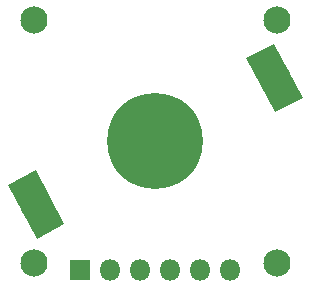
<source format=gbs>
G04 #@! TF.GenerationSoftware,KiCad,Pcbnew,5.0.0*
G04 #@! TF.CreationDate,2018-09-21T06:24:59-04:00*
G04 #@! TF.ProjectId,v1,76312E6B696361645F70636200000000,rev?*
G04 #@! TF.SameCoordinates,Original*
G04 #@! TF.FileFunction,Soldermask,Bot*
G04 #@! TF.FilePolarity,Negative*
%FSLAX46Y46*%
G04 Gerber Fmt 4.6, Leading zero omitted, Abs format (unit mm)*
G04 Created by KiCad (PCBNEW 5.0.0) date Fri Sep 21 06:24:59 2018*
%MOMM*%
%LPD*%
G01*
G04 APERTURE LIST*
%ADD10R,1.801600X1.801600*%
%ADD11O,1.801600X1.801600*%
%ADD12C,8.101600*%
%ADD13C,2.641600*%
%ADD14C,0.100000*%
%ADD15C,2.301600*%
G04 APERTURE END LIST*
D10*
G04 #@! TO.C,J1*
X188849000Y-138620500D03*
D11*
X191389000Y-138620500D03*
X193929000Y-138620500D03*
X196469000Y-138620500D03*
X199009000Y-138620500D03*
X201549000Y-138620500D03*
G04 #@! TD*
D12*
G04 #@! TO.C,BT1*
X195199000Y-127762000D03*
D13*
X185106908Y-133128060D03*
D14*
G36*
X185157018Y-136035679D02*
X182724404Y-131460597D01*
X185056798Y-130220441D01*
X187489412Y-134795523D01*
X185157018Y-136035679D01*
X185157018Y-136035679D01*
G37*
D13*
X205291092Y-122395940D03*
D14*
G36*
X205341202Y-125303559D02*
X202908588Y-120728477D01*
X205240982Y-119488321D01*
X207673596Y-124063403D01*
X205341202Y-125303559D01*
X205341202Y-125303559D01*
G37*
G04 #@! TD*
D15*
G04 #@! TO.C,hole*
X205486000Y-138049000D03*
G04 #@! TD*
G04 #@! TO.C,hole*
X184912000Y-117475000D03*
G04 #@! TD*
G04 #@! TO.C,hole*
X184912000Y-138049000D03*
G04 #@! TD*
G04 #@! TO.C,hole*
X205486000Y-117475000D03*
G04 #@! TD*
M02*

</source>
